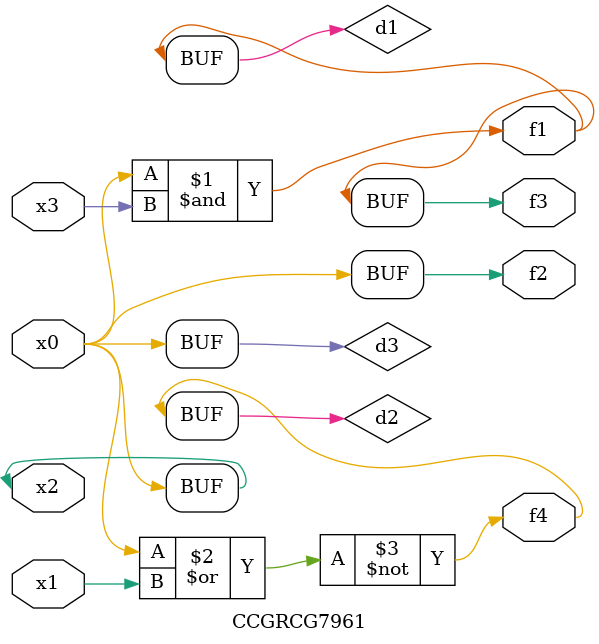
<source format=v>
module CCGRCG7961(
	input x0, x1, x2, x3,
	output f1, f2, f3, f4
);

	wire d1, d2, d3;

	and (d1, x2, x3);
	nor (d2, x0, x1);
	buf (d3, x0, x2);
	assign f1 = d1;
	assign f2 = d3;
	assign f3 = d1;
	assign f4 = d2;
endmodule

</source>
